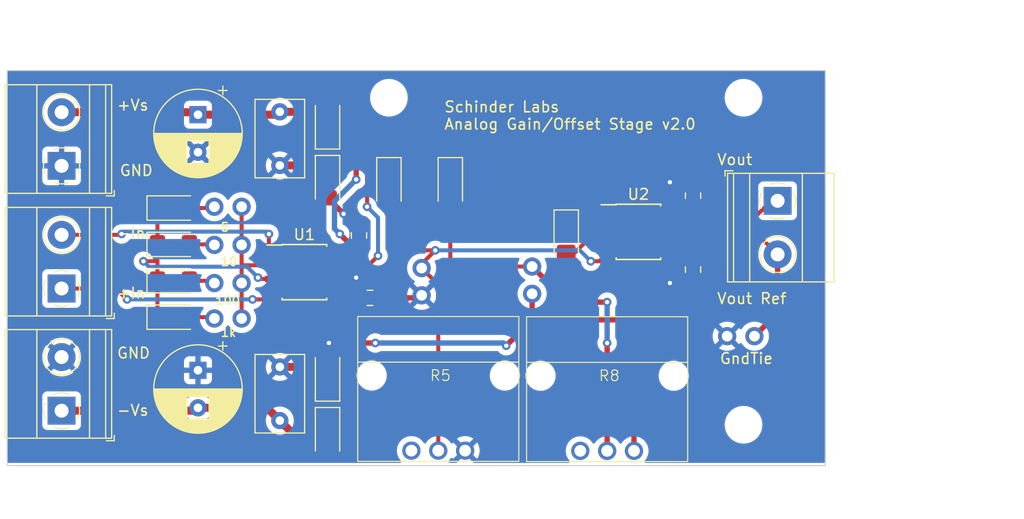
<source format=kicad_pcb>
(kicad_pcb (version 20221018) (generator pcbnew)

  (general
    (thickness 1.6)
  )

  (paper "A4")
  (layers
    (0 "F.Cu" signal)
    (31 "B.Cu" signal)
    (32 "B.Adhes" user "B.Adhesive")
    (33 "F.Adhes" user "F.Adhesive")
    (34 "B.Paste" user)
    (35 "F.Paste" user)
    (36 "B.SilkS" user "B.Silkscreen")
    (37 "F.SilkS" user "F.Silkscreen")
    (38 "B.Mask" user)
    (39 "F.Mask" user)
    (40 "Dwgs.User" user "User.Drawings")
    (41 "Cmts.User" user "User.Comments")
    (42 "Eco1.User" user "User.Eco1")
    (43 "Eco2.User" user "User.Eco2")
    (44 "Edge.Cuts" user)
    (45 "Margin" user)
    (46 "B.CrtYd" user "B.Courtyard")
    (47 "F.CrtYd" user "F.Courtyard")
    (48 "B.Fab" user)
    (49 "F.Fab" user)
    (50 "User.1" user)
    (51 "User.2" user)
    (52 "User.3" user)
    (53 "User.4" user)
    (54 "User.5" user)
    (55 "User.6" user)
    (56 "User.7" user)
    (57 "User.8" user)
    (58 "User.9" user)
  )

  (setup
    (pad_to_mask_clearance 0)
    (pcbplotparams
      (layerselection 0x00010fc_ffffffff)
      (plot_on_all_layers_selection 0x0000000_00000000)
      (disableapertmacros false)
      (usegerberextensions false)
      (usegerberattributes true)
      (usegerberadvancedattributes true)
      (creategerberjobfile true)
      (dashed_line_dash_ratio 12.000000)
      (dashed_line_gap_ratio 3.000000)
      (svgprecision 4)
      (plotframeref false)
      (viasonmask false)
      (mode 1)
      (useauxorigin false)
      (hpglpennumber 1)
      (hpglpenspeed 20)
      (hpglpendiameter 15.000000)
      (dxfpolygonmode true)
      (dxfimperialunits true)
      (dxfusepcbnewfont true)
      (psnegative false)
      (psa4output false)
      (plotreference true)
      (plotvalue true)
      (plotinvisibletext false)
      (sketchpadsonfab false)
      (subtractmaskfromsilk false)
      (outputformat 1)
      (mirror false)
      (drillshape 0)
      (scaleselection 1)
      (outputdirectory "./gerber")
    )
  )

  (net 0 "")
  (net 1 "/+Vs")
  (net 2 "GND")
  (net 3 "/-Vs")
  (net 4 "Net-(D1-K)")
  (net 5 "Net-(D2-K)")
  (net 6 "/+In")
  (net 7 "/-In")
  (net 8 "/Vout")
  (net 9 "/Vout_ref")
  (net 10 "/V+2")
  (net 11 "/V-2")
  (net 12 "Net-(R4-Pad1)")
  (net 13 "Net-(R4-Pad2)")
  (net 14 "unconnected-(R5-Pad1)")
  (net 15 "/Vo1")
  (net 16 "unconnected-(R8-Pad1)")
  (net 17 "Net-(J8-Pad1)")
  (net 18 "/Rg+")
  (net 19 "Net-(J9-Pad1)")
  (net 20 "Net-(J10-Pad1)")
  (net 21 "Net-(J11-Pad1)")
  (net 22 "/Rg-")

  (footprint "0_amslib2_kc5:Phoenix_5mm_screwterminal" (layer "F.Cu") (at 186.055 80.725 -90))

  (footprint "0_amslib2_kc5:1206_handsolder_noref" (layer "F.Cu") (at 144.145 78.9575 -90))

  (footprint "0_amslib2_kc5:1206_handsolder_noref" (layer "F.Cu") (at 129.792 91.569))

  (footprint "0_amslib2_kc5:1206_handsolder_noref" (layer "F.Cu") (at 144.145 73.4425 90))

  (footprint "0_amslib2_kc5:Phoenix_5mm_screwterminal" (layer "F.Cu") (at 119.38 77.47 90))

  (footprint "MountingHole:MountingHole_3mm" (layer "F.Cu") (at 182.88 101.6))

  (footprint "MountingHole:MountingHole_3mm" (layer "F.Cu") (at 182.88 71.12))

  (footprint "0_amslib2_kc5:1206_handsolder_noref" (layer "F.Cu") (at 149.86 79.1575 -90))

  (footprint "0_amslib2_kc5:Phoenix_5mm_screwterminal" (layer "F.Cu") (at 119.38 100.29 90))

  (footprint "0_amslib2_kc5:495-2470-1-ND_1uFFilm" (layer "F.Cu") (at 139.7 96.21 -90))

  (footprint "0_amslib2_kc5:1206_handsolder_noref" (layer "F.Cu") (at 144.145 102.4525 -90))

  (footprint "0_amslib2_kc5:1206_handsolder_noref" (layer "F.Cu") (at 129.792 88.179))

  (footprint "0_amslib2_kc5:PTV09A_Top" (layer "F.Cu") (at 154.455 104.013))

  (footprint "0_amslib2_kc5:1206_handsolder_noref" (layer "F.Cu") (at 166.37 84.0375 -90))

  (footprint "0_amslib2_kc5:0805_handsolder_noref" (layer "F.Cu") (at 178.181 87.131 -90))

  (footprint "0_amslib2_kc5:1x2Jumper" (layer "F.Cu") (at 133.604 81.28))

  (footprint "0_amslib2_kc5:1206_handsolder_noref" (layer "F.Cu") (at 144.145 96.9375 90))

  (footprint "0_amslib2_kc5:1x2Jumper" (layer "F.Cu") (at 133.604 91.694))

  (footprint "0_amslib2_kc5:PTV09A_Top" (layer "F.Cu") (at 170.18 104.033))

  (footprint "0_amslib2_kc5:495-2470-1-ND_1uFFilm" (layer "F.Cu") (at 139.7 72.43 -90))

  (footprint "0_amslib2_kc5:AD8422_8SOIC" (layer "F.Cu") (at 141.992 87.376))

  (footprint "0_amslib2_kc5:Phoenix_5mm_screwterminal" (layer "F.Cu") (at 119.38 88.9 90))

  (footprint "0_amslib2_kc5:0805_handsolder_noref" (layer "F.Cu") (at 148.097 89.771))

  (footprint "Capacitor_THT:CP_Radial_D8.0mm_P3.50mm" (layer "F.Cu") (at 132.08 96.52 -90))

  (footprint "MountingHole:MountingHole_3mm" (layer "F.Cu") (at 149.86 71.12))

  (footprint "0_amslib2_kc5:1x2Jumper" (layer "F.Cu") (at 152.908 86.995 -90))

  (footprint "0_amslib2_kc5:1206_handsolder_noref" (layer "F.Cu") (at 129.792 84.789))

  (footprint "0_amslib2_kc5:1206_handsolder_noref" (layer "F.Cu") (at 155.575 79.1575 -90))

  (footprint "0_amslib2_kc5:1x2Jumper" (layer "F.Cu") (at 163.195 86.853 -90))

  (footprint "0_amslib2_kc5:0805_handsolder_noref" (layer "F.Cu") (at 147.072 83.956 -90))

  (footprint "0_amslib2_kc5:1206_handsolder_noref" (layer "F.Cu") (at 129.792 81.399))

  (footprint "0_amslib2_kc5:0805_handsolder_noref" (layer "F.Cu") (at 178.181 80.255 -90))

  (footprint "Capacitor_THT:CP_Radial_D8.0mm_P3.50mm" (layer "F.Cu") (at 132.08 72.7 -90))

  (footprint "0_amslib2_kc5:AD8422_8SOIC" (layer "F.Cu") (at 173.095 83.62))

  (footprint "0_amslib2_kc5:1x2Jumper" (layer "F.Cu") (at 133.604 88.392))

  (footprint "0_amslib2_kc5:1x2Jumper" (layer "F.Cu") (at 133.604 84.836))

  (footprint "0_amslib2_kc5:1x2Jumper" (layer "F.Cu") (at 183.896 93.345 180))

  (gr_line (start 114.3 68.58) (end 114.3 69.85)
    (stroke (width 0.1) (type default)) (layer "Edge.Cuts") (tstamp 00d31d03-6561-4fdc-8bdf-08d8428565d7))
  (gr_line (start 114.3 105.41) (end 190.5 105.41)
    (stroke (width 0.1) (type default)) (layer "Edge.Cuts") (tstamp 262491ab-9db3-481f-8d8e-a83cad0fbac9))
  (gr_line (start 190.5 105.41) (end 190.5 68.58)
    (stroke (width 0.1) (type default)) (layer "Edge.Cuts") (tstamp 2e3ca04c-bb7c-4456-9cd8-042c82e19987))
  (gr_line (start 114.3 69.85) (end 114.3 105.41)
    (stroke (width 0.1) (type default)) (layer "Edge.Cuts") (tstamp 4f962c20-444b-4780-ae51-471736992f87))
  (gr_line (start 190.5 68.58) (end 114.3 68.58)
    (stroke (width 0.1) (type default)) (layer "Edge.Cuts") (tstamp 791636ca-c926-46e2-a7fb-1637dbf38771))
  (gr_text "5" (at 134.112 83.654) (layer "F.SilkS") (tstamp 0928d35a-6e40-4289-a5ae-9fe75023fa13)
    (effects (font (size 0.8 0.8) (thickness 0.15)) (justify left bottom))
  )
  (gr_text "Vout Ref" (at 180.34 90.424) (layer "F.SilkS") (tstamp 1444bafc-d706-4853-b038-3d31c3146cc7)
    (effects (font (size 1 1) (thickness 0.15)) (justify left bottom))
  )
  (gr_text "1k" (at 134.112 93.472) (layer "F.SilkS") (tstamp 1f7049ea-5419-4691-8aa2-4e02c1e80b3b)
    (effects (font (size 0.8 0.8) (thickness 0.15)) (justify left bottom))
  )
  (gr_text "10" (at 134.112 86.868) (layer "F.SilkS") (tstamp 42ea2278-bbdb-45a3-af3e-fdbac6106b55)
    (effects (font (size 0.8 0.8) (thickness 0.15)) (justify left bottom))
  )
  (gr_text "-In" (at 124.46 84.328) (layer "F.SilkS") (tstamp 61f2d04a-196c-4464-9158-a85a1fb4f378)
    (effects (font (size 1 1) (thickness 0.15)) (justify left bottom))
  )
  (gr_text "100" (at 133.604 90.424) (layer "F.SilkS") (tstamp 73a2e985-cdd6-4f98-88e8-637f84ad8a46)
    (effects (font (size 0.7 0.8) (thickness 0.15)) (justify left bottom))
  )
  (gr_text "Schinder Labs\nAnalog Gain/Offset Stage v2.0" (at 154.94 74.168) (layer "F.SilkS") (tstamp 97264e8d-411b-406d-82af-158e0fb374e7)
    (effects (font (size 1 1) (thickness 0.15)) (justify left bottom))
  )
  (gr_text "GND" (at 124.714 78.486) (layer "F.SilkS") (tstamp a388a0b7-574f-412e-a53f-36d1c37f8753)
    (effects (font (size 1 1) (thickness 0.15)) (justify left bottom))
  )
  (gr_text "-Vs" (at 124.46 100.838) (layer "F.SilkS") (tstamp a8f837bc-4aa5-4240-b98b-546cda12acb0)
    (effects (font (size 1 1) (thickness 0.15)) (justify left bottom))
  )
  (gr_text "GndTie" (at 180.594 96.012) (layer "F.SilkS") (tstamp aa54f3ae-51ec-48fa-bf27-086d8cc58575)
    (effects (font (size 1 1) (thickness 0.15)) (justify left bottom))
  )
  (gr_text "+In" (at 124.46 89.916) (layer "F.SilkS") (tstamp aaa8ba16-d969-4d89-b2d9-d4b13047bbd8)
    (effects (font (size 1 1) (thickness 0.15)) (justify left bottom))
  )
  (gr_text "GND" (at 124.46 95.504) (layer "F.SilkS") (tstamp be2dbb26-1267-431c-a281-5bd8096cf57d)
    (effects (font (size 1 1) (thickness 0.15)) (justify left bottom))
  )
  (gr_text "+Vs" (at 124.46 72.39) (layer "F.SilkS") (tstamp cf610fbc-5b64-49f3-a7c2-4ee64462f85e)
    (effects (font (size 1 1) (thickness 0.15)) (justify left bottom))
  )
  (gr_text "Vout" (at 180.34 77.47) (layer "F.SilkS") (tstamp da58d924-9228-4cd8-9e15-044626e276c6)
    (effects (font (size 1 1) (thickness 0.15)) (justify left bottom))
  )
  (dimension (type aligned) (layer "Cmts.User") (tstamp 2a36b722-fc7b-488e-8a9f-af578e95a6fe)
    (pts (xy 114.3 106.68) (xy 190.5 106.68))
    (height 3.048)
    (gr_text "76.2000 mm" (at 152.4 108.578) (layer "Cmts.User") (tstamp 2a36b722-fc7b-488e-8a9f-af578e95a6fe)
      (effects (font (size 1 1) (thickness 0.15)))
    )
    (format (prefix "") (suffix "") (units 3) (units_format 1) (precision 4))
    (style (thickness 0.15) (arrow_length 1.27) (text_position_mode 0) (extension_height 0.58642) (extension_offset 0.5) keep_text_aligned)
  )
  (dimension (type aligned) (layer "Cmts.User") (tstamp 2ce14a30-1012-4240-9878-493a92dd53bc)
    (pts (xy 190.5 68.58) (xy 190.5 105.41))
    (height -11.684)
    (gr_text "36.8300 mm" (at 201.034 86.995 90) (layer "Cmts.User") (tstamp 2ce14a30-1012-4240-9878-493a92dd53bc)
      (effects (font (size 1 1) (thickness 0.15)))
    )
    (format (prefix "") (suffix "") (units 3) (units_format 1) (precision 4))
    (style (thickness 0.15) (arrow_length 1.27) (text_position_mode 0) (extension_height 0.58642) (extension_offset 0.5) keep_text_aligned)
  )
  (dimension (type aligned) (layer "Cmts.User") (tstamp 4dbaa1cc-8e65-4000-8161-f940550b5878)
    (pts (xy 190.5 68.58) (xy 190.5 71.12))
    (height -8.636)
    (gr_text "2.5400 mm" (at 197.986 69.85 90) (layer "Cmts.User") (tstamp 4dbaa1cc-8e65-4000-8161-f940550b5878)
      (effects (font (size 1 1) (thickness 0.15)))
    )
    (format (prefix "") (suffix "") (units 3) (units_format 1) (precision 4))
    (style (thickness 0.15) (arrow_length 1.27) (text_position_mode 0) (extension_height 0.58642) (extension_offset 0.5) keep_text_aligned)
  )
  (dimension (type aligned) (layer "Cmts.User") (tstamp 83a4f9a4-5b52-4a20-a79c-6a154c0f5217)
    (pts (xy 149.86 71.12) (xy 182.88 71.12))
    (height -7.112)
    (gr_text "33.0200 mm" (at 166.37 62.858) (layer "Cmts.User") (tstamp 83a4f9a4-5b52-4a20-a79c-6a154c0f5217)
      (effects (font (size 1 1) (thickness 0.15)))
    )
    (format (prefix "") (suffix "") (units 3) (units_format 1) (precision 4))
    (style (thickness 0.15) (arrow_length 1.27) (text_position_mode 0) (extension_height 0.58642) (extension_offset 0.5) keep_text_aligned)
  )
  (dimension (type aligned) (layer "Cmts.User") (tstamp 8c8fe36b-e481-45e6-a5f7-7978ceda67c2)
    (pts (xy 182.88 71.12) (xy 182.88 101.6))
    (height -13.208)
    (gr_text "30.4800 mm" (at 194.938 86.36 90) (layer "Cmts.User") (tstamp 8c8fe36b-e481-45e6-a5f7-7978ceda67c2)
      (effects (font (size 1 1) (thickness 0.15)))
    )
    (format (prefix "") (suffix "") (units 3) (units_format 1) (precision 4))
    (style (thickness 0.15) (arrow_length 1.27) (text_position_mode 0) (extension_height 0.58642) (extension_offset 0.5) keep_text_aligned)
  )
  (dimension (type aligned) (layer "Cmts.User") (tstamp a1c17fa8-f40a-4386-b66b-976f6b476887)
    (pts (xy 149.86 64.008) (xy 114.3 64.008))
    (height 0)
    (gr_text "35.5600 mm" (at 132.08 62.858) (layer "Cmts.User") (tstamp a1c17fa8-f40a-4386-b66b-976f6b476887)
      (effects (font (size 1 1) (thickness 0.15)))
    )
    (format (prefix "") (suffix "") (units 3) (units_format 1) (precision 4))
    (style (thickness 0.15) (arrow_length 1.27) (text_position_mode 0) (extension_height 0.58642) (extension_offset 0.5) keep_text_aligned)
  )
  (dimension (type aligned) (layer "Cmts.User") (tstamp dfb6e357-e782-47f5-96a1-d90ea70d41b4)
    (pts (xy 190.5 68.58) (xy 190.5 101.6))
    (height -14.732)
    (gr_text "33.0200 mm" (at 204.082 85.09 90) (layer "Cmts.User") (tstamp dfb6e357-e782-47f5-96a1-d90ea70d41b4)
      (effects (font (size 1 1) (thickness 0.15)))
    )
    (format (prefix "") (suffix "") (units 3) (units_format 1) (precision 4))
    (style (thickness 0.15) (arrow_length 1.27) (text_position_mode 0) (extension_height 0.58642) (extension_offset 0.5) keep_text_aligned)
  )

  (segment (start 144.792 85.471) (end 146.582 85.471) (width 0.5) (layer "F.Cu") (net 1) (tstamp 0c7e9710-b84d-4fd3-a8c1-f34290830403))
  (segment (start 176.276 80.264) (end 172.212 80.264) (width 0.5) (layer "F.Cu") (net 1) (tstamp 0e68281d-07b3-4e44-a76e-9f2140b730a4))
  (segment (start 178.181 81.28) (end 177.292 81.28) (width 0.5) (layer "F.Cu") (net 1) (tstamp 14bcc9a3-c03a-4298-a577-f2a801dda756))
  (segment (start 144.853 71.955) (end 148.336 75.438) (width 0.75) (layer "F.Cu") (net 1) (tstamp 1af1534c-a6c0-459f-8cfc-ed8f43e3f3f2))
  (segment (start 143.67 72.43) (end 144.145 71.955) (width 0.75) (layer "F.Cu") (net 1) (tstamp 28385b7d-d008-4b7b-8908-4a0d6a068f91))
  (segment (start 131.85 72.47) (end 132.08 72.7) (width 0.75) (layer "F.Cu") (net 1) (tstamp 29e95835-29b0-49f2-bc84-953bd24e28b2))
  (segment (start 146.582 85.471) (end 147.072 84.981) (width 0.5) (layer "F.Cu") (net 1) (tstamp 3876d36f-fbaf-47b6-9821-6f2069fc05bc))
  (segment (start 119.38 72.47) (end 131.85 72.47) (width 0.75) (layer "F.Cu") (net 1) (tstamp 4a95b0d4-aa84-4f09-8a28-1a63290abea7))
  (segment (start 144.145 71.955) (end 144.853 71.955) (width 0.75) (layer "F.Cu") (net 1) (tstamp 4b2a00ed-1c38-4f3c-b0ac-8d2e765020d4))
  (segment (start 146.812 76.962) (end 148.336 75.438) (width 0.5) (layer "F.Cu") (net 1) (tstamp 4d0b43c3-ffc3-433a-a727-ce64f878a774))
  (segment (start 139.7 72.43) (end 143.67 72.43) (width 0.75) (layer "F.Cu") (net 1) (tstamp 6a2cc33b-edf6-4aa3-8777-03840540e434))
  (segment (start 148.336 75.438) (end 153.67 75.438) (width 0.75) (layer "F.Cu") (net 1) (tstamp 7ba1bc14-b860-4475-996d-e8072353206a))
  (segment (start 146.812 78.74) (end 146.812 76.962) (width 0.5) (layer "F.Cu") (net 1) (tstamp 88e82ed6-6a6c-4849-8368-4e41e331ae1f))
  (segment (start 147.072 84.981) (end 146.449 84.981) (width 0.5) (layer "F.Cu") (net 1) (tstamp 8999a4a2-90fe-4aee-9370-621515188b4f))
  (segment (start 132.08 72.7) (end 139.43 72.7) (width 0.75) (layer "F.Cu") (net 1) (tstamp 9b1591a4-01c9-4f25-84dc-388cf26858c2))
  (segment (start 155.575 77.343) (end 155.575 77.67) (width 0.75) (layer "F.Cu") (net 1) (tstamp a46d56cc-d507-4a95-97d0-6021a635bb59))
  (segment (start 169.672 77.724) (end 155.629 77.724) (width 0.5) (layer "F.Cu") (net 1) (tstamp a8ca5c48-6c39-4fee-94d1-178ce2c1f26c))
  (segment (start 153.67 75.438) (end 155.575 77.343) (width 0.75) (layer "F.Cu") (net 1) (tstamp b74b8272-e605-4d53-9d47-452038785fbf))
  (segment (start 175.895 81.715) (end 177.746 81.715) (width 0.5) (layer "F.Cu") (net 1) (tstamp ca6850c5-57ab-4001-bee4-405e8c75de6b))
  (segment (start 139.43 72.7) (end 139.7 72.43) (width 0.75) (layer "F.Cu") (net 1) (tstamp d2cea039-29b8-4959-9a20-2cb1484b9ddb))
  (segment (start 177.292 81.28) (end 176.276 80.264) (width 0.5) (layer "F.Cu") (net 1) (tstamp d3e3864a-5285-4777-9436-6d33c13a3494))
  (segment (start 172.212 80.264) (end 169.672 77.724) (width 0.5) (layer "F.Cu") (net 1) (tstamp d50a1876-b7d9-4aff-ab28-d9d2f7f8bfda))
  (segment (start 155.629 77.724) (end 155.575 77.67) (width 0.5) (layer "F.Cu") (net 1) (tstamp df75182b-df00-4d32-8bb0-1f1e94f7abb1))
  (segment (start 146.449 84.981) (end 145.288 83.82) (width 0.5) (layer "F.Cu") (net 1) (tstamp e0ade888-aa90-4a99-94ba-a7ab018dd1da))
  (segment (start 177.746 81.715) (end 178.181 81.28) (width 0.5) (layer "F.Cu") (net 1) (tstamp ecd0b40f-bb33-46d7-91ea-c9c063cde9c0))
  (via (at 146.812 78.74) (size 0.8) (drill 0.4) (layers "F.Cu" "B.Cu") (net 1) (tstamp 4eb23532-b33a-4f16-81b1-7ee495882a70))
  (via (at 145.288 83.82) (size 0.8) (drill 0.4) (layers "F.Cu" "B.Cu") (net 1) (tstamp 63d160e6-75ff-4645-80f9-ab5c15ce665d))
  (segment (start 144.792 83.324) (end 144.792 80.76) (width 0.5) (layer "B.Cu") (net 1) (tstamp 08dc7a53-72f9-446b-85ce-fc089cf778c8))
  (segment (start 145.288 83.82) (end 144.792 83.324) (width 0.5) (layer "B.Cu") (net 1) (tstamp 44505ebb-0ecd-47f6-b8b6-117301451a3a))
  (segment (start 144.792 80.76) (end 146.812 78.74) (width 0.5) (layer "B.Cu") (net 1) (tstamp ec198bf1-d0e8-4c7d-b893-3b9e9add7c51))
  (segment (start 144.145 95.45) (end 144.145 94.107) (width 0.75) (layer "F.Cu") (net 2) (tstamp 169a8af4-52cd-4db6-a524-840a46df9cec))
  (segment (start 176.258 79.23) (end 176.022 78.994) (width 0.5) (layer "F.Cu") (net 2) (tstamp 1f439957-0b23-43f5-8621-b30a2024f513))
  (segment (start 145.642 81.942) (end 144.145 80.445) (width 0.5) (layer "F.Cu") (net 2) (tstamp 3707d86c-7165-480d-ac79-4b0fb2e955d9))
  (segment (start 144.145 94.107) (end 144.272 93.98) (width 0.75) (layer "F.Cu") (net 2) (tstamp 4aa52d5f-54f7-4ca2-8d0a-09b588d5f7e9))
  (segment (start 178.181 88.156) (end 176.258 88.156) (width 0.5) (layer "F.Cu") (net 2) (tstamp 5e6327dc-fbb4-451c-be39-885caa204c61))
  (segment (start 143.385 96.21) (end 144.145 95.45) (width 0.75) (layer "F.Cu") (net 2) (tstamp 6c320d98-0c48-43a8-9a79-f4a92d5d041d))
  (segment (start 147.072 82.931) (end 146.631 82.931) (width 0.5) (layer "F.Cu") (net 2) (tstamp 7562ca48-a69c-44c6-820b-9560b95a95ac))
  (segment (start 143.504 81.086) (end 144.145 80.445) (width 0.5) (layer "F.Cu") (net 2) (tstamp 9188e543-a053-4136-a37e-8ac4298a9bc7))
  (segment (start 139.7 77.43) (end 141.13 77.43) (width 0.75) (layer "F.Cu") (net 2) (tstamp 992951ec-ab75-4531-830f-8db84dbf9fc6))
  (segment (start 146.685 88.011) (end 146.812 87.884) (width 0.375) (layer "F.Cu") (net 2) (tstamp b492f26a-de1e-4cd0-bf98-5117ac0081ac))
  (segment (start 141.13 77.43) (end 144.145 80.445) (width 0.75) (layer "F.Cu") (net 2) (tstamp b9f2dacf-c890-4334-a3f5-71d8379ed455))
  (segment (start 149.122 89.771) (end 152.672 89.771) (width 0.5) (layer "F.Cu") (net 2) (tstamp cb63c6bc-653b-4599-94f4-be35efb99af6))
  (segment (start 152.672 89.771) (end 152.908 89.535) (width 0.5) (layer "F.Cu") (net 2) (tstamp d49b8c09-c2b1-42f7-8234-fe92e0366a3b))
  (segment (start 146.631 82.931) (end 145.642 81.942) (width 0.5) (layer "F.Cu") (net 2) (tstamp d50b44cf-699e-4cad-92cc-e5f6a9d79a12))
  (segment (start 144.792 88.011) (end 146.685 88.011) (width 0.375) (layer "F.Cu") (net 2) (tstamp d7c59021-fa3a-4acd-a663-098e22e538ef))
  (segment (start 178.181 79.23) (end 176.258 79.23) (width 0.5) (layer "F.Cu") (net 2) (tstamp d9de97bf-3968-4ea8-beb9-6464c41ef60e))
  (segment (start 176.258 88.156) (end 176.022 88.392) (width 0.5) (layer "F.Cu") (net 2) (tstamp d9e11f4e-531e-47e6-9ec9-0e257a5ec7b7))
  (segment (start 139.7 96.21) (end 143.385 96.21) (width 0.75) (layer "F.Cu") (net 2) (tstamp fbc337d2-83df-43de-9de7-55294f2f312f))
  (via (at 145.642 81.942) (size 0.8) (drill 0.4) (layers "F.Cu" "B.Cu") (net 2) (tstamp 02c76a3d-829e-4e22-9c74-7f947749905a))
  (via (at 146.812 87.884) (size 0.8) (drill 0.4) (layers "F.Cu" "B.Cu") (net 2) (tstamp 39488a30-8334-43a0-9646-8c121b2ea2e8))
  (via (at 144.272 93.98) (size 0.8) (drill 0.4) (layers "F.Cu" "B.Cu") (net 2) (tstamp 609e5648-f9ab-48f0-9bba-ced96d9b3be8))
  (via (at 176.022 88.392) (size 0.8) (drill 0.4) (layers "F.Cu" "B.Cu") (net 2) (tstamp 8834e8b7-f83d-45f0-8ba7-5e1529d3b0a5))
  (via (at 176.022 78.994) (size 0.8) (drill 0.4) (layers "F.Cu" "B.Cu") (net 2) (tstamp d76123c0-30f1-4962-b655-33721c99bebe))
  (segment (start 143.945 104.14) (end 144.145 103.94) (width 0.75) (layer "F.Cu") (net 3) (tstamp 02383d3f-d1f8-4e31-ad52-84efd0f7d496))
  (segment (start 177.6 85.525) (end 178.181 86.106) (width 0.5) (layer "F.Cu") (net 3) (tstamp 03d88b77-e8db-4edf-bc9e-e4175ba77b1b))
  (segment (start 141.986 104.14) (end 143.945 104.14) (width 0.75) (layer "F.Cu") (net 3) (tstamp 0505b3eb-f8a8-4fe9-a9ce-92cbdfe3a2da))
  (segment (start 145.342 103.94) (end 144.145 103.94) (width 0.5) (layer "F.Cu") (net 3) (tstamp 0526277e-20c9-42e4-9557-5c2fd7703407))
  (segment (start 138.51 100.02) (end 139.7 101.21) (width 0.75) (layer "F.Cu") (net 3) (tstamp 095cbeff-16d4-4cb3-8b75-17b1fb9cd0ae))
  (segment (start 172.847 91.821) (end 172.974 91.948) (width 0.5) (layer "F.Cu") (net 3) (tstamp 0b230729-600b-4ce4-b594-e13ddf478077))
  (segment (start 146.304 90.539) (end 147.072 89.771) (width 0.5) (layer "F.Cu") (net 3) (tstamp 0ee2a8fd-2bd3-4ae9-8348-b899be856cf3))
  (segment (start 146.304 93.98) (end 146.304 103.886) (width 0.5) (layer "F.Cu") (net 3) (tstamp 27d4b53b-dd88-4173-8c55-2dcdab89b38b))
  (segment (start 172.847 91.821) (end 172.974 91.694) (width 0.5) (layer "F.Cu") (net 3) (tstamp 2b1c734c-e103-47e3-a29f-6d703336c4bb))
  (segment (start 119.38 100.29) (end 131.81 100.29) (width 0.75) (layer "F.Cu") (net 3) (tstamp 3396a03c-b206-4fb8-b982-fe95bd1a61cf))
  (segment (start 145.282 89.771) (end 144.792 89.281) (width 0.5) (layer "F.Cu") (net 3) (tstamp 44b7ad85-7ce8-47ec-8a4e-2794d7d37708))
  (segment (start 172.974 91.694) (end 178.054 91.694) (width 0.5) (layer "F.Cu") (net 3) (tstamp 450a2c91-7e40-4270-b930-725f7d8e6e94))
  (segment (start 180.086 86.36) (end 179.832 86.106) (width 0.5) (layer "F.Cu") (net 3) (tstamp 4f8aebbe-c0a9-4127-83e0-282276533670))
  (segment (start 179.832 86.106) (end 178.181 86.106) (width 0.5) (layer "F.Cu") (net 3) (tstamp 5532e672-51b2-4d8e-a4ad-4895ae9c1079))
  (segment (start 139.7 101.21) (end 141.986 103.496) (width 0.75) (layer "F.Cu") (net 3) (tstamp 59897bc3-10a7-40ea-beb6-c3fdd4466a58))
  (segment (start 180.086 89.916) (end 180.086 86.36) (width 0.5) (layer "F.Cu") (net 3) (tstamp 70759b63-ee32-4969-8545-4a920ca7b906))
  (segment (start 145.796 104.394) (end 145.342 103.94) (width 0.5) (layer "F.Cu") (net 3) (tstamp 72a834aa-92a6-4301-86c9-be97f218d489))
  (segment (start 175.895 85.525) (end 177.6 85.525) (width 0.5) (layer "F.Cu") (net 3) (tstamp 74dc742d-fbe8-4fa8-98c5-f7731256d9f1))
  (segment (start 146.304 93.98) (end 146.304 90.539) (width 0.5) (layer "F.Cu") (net 3) (tstamp 7a91751c-e7ba-43fb-8124-8ad11a56943e))
  (segment (start 172.68 92.242) (end 172.68 104.033) (width 0.5) (layer "F.Cu") (net 3) (tstamp 822a05a1-a6c9-4519-aabd-7b8e4832951d))
  (segment (start 141.986 103.496) (end 141.986 104.14) (width 0.75) (layer "F.Cu") (net 3) (tstamp 86ed5fbe-f166-4968-ab3f-bf234fd2cb9d))
  (segment (start 172.974 91.948) (end 172.68 92.242) (width 0.5) (layer "F.Cu") (net 3) (tstamp 9fca8720-d786-4bee-84fa-af476f176ed2))
  (segment (start 146.304 93.98) (end 148.59 93.98) (width 0.5) (layer "F.Cu") (net 3) (tstamp a33df332-ca5a-4ff3-831c-5be16cac35f6))
  (segment (start 160.782 94.234) (end 163.195 91.821) (width 0.5) (layer "F.Cu") (net 3) (tstamp a60fc4aa-c358-4fa9-a1e6-2ec1073a1a3d))
  (segment (start 178.054 91.694) (end 179.832 89.916) (width 0.5) (layer "F.Cu") (net 3) (tstamp aa4bec63-6041-45e1-860c-ecbea526ce7d))
  (segment (start 163.195 91.821) (end 163.195 89.393) (width 0.5) (layer "F.Cu") (net 3) (tstamp bc0294c1-2512-4b21-8e60-6783285c1216))
  (segment (start 146.304 103.886) (end 145.796 104.394) (width 0.5) (layer "F.Cu") (net 3) (tstamp bf48c400-8f2e-4cd1-b770-7e9d4b0bc91b))
  (segment (start 147.072 89.771) (end 145.282 89.771) (width 0.5) (layer "F.Cu") (net 3) (tstamp c87ea04d-69b1-4663-a79e-d84d1f25e073))
  (segment (start 132.08 100.02) (end 138.51 100.02) (width 0.75) (layer "F.Cu") (net 3) (tstamp e0e6f63b-fc7a-4154-aa5f-0b060e556afa))
  (segment (start 179.832 89.916) (end 180.086 89.916) (width 0.5) (layer "F.Cu") (net 3) (tstamp e4fc8251-88c1-40b2-b688-39542cabb856))
  (segment (start 163.195 91.821) (end 172.847 91.821) (width 0.5) (layer "F.Cu") (net 3) (tstamp e72f5160-d7dc-41f2-bc11-430c54a041df))
  (segment (start 131.81 100.29) (end 132.08 100.02) (width 0.75) (layer "F.Cu") (net 3) (tstamp f54b9e73-4930-454f-80e0-61aecfed5415))
  (via (at 160.782 94.234) (size 0.8) (drill 0.4) (layers "F.Cu" "B.Cu") (net 3) (tstamp 0903296c-c4d1-4c79-b3a7-505af90e7660))
  (via (at 148.59 93.98) (size 0.8) (drill 0.4) (layers "F.Cu" "B.Cu") (net 3) (tstamp ef73ffeb-69fe-4586-94db-4228c5eeaef9))
  (segment (start 148.59 93.98) (end 160.528 93.98) (width 0.5) (layer "B.Cu") (net 3) (tstamp 529732e9-2198-40f6-811f-506c6ef0b366))
  (segment (start 160.528 93.98) (end 160.782 94.234) (width 0.5) (layer "B.Cu") (net 3) (tstamp c5c94f4d-e6f8-412e-a5db-346c6ae23c37))
  (segment (start 144.145 74.93) (end 144.145 77.47) (width 0.75) (layer "F.Cu") (net 4) (tstamp a73d0e7e-9b46-4dd7-8bcc-b731e6da7789))
  (segment (start 144.145 100.965) (end 144.145 98.425) (width 0.75) (layer "F.Cu") (net 5) (tstamp 3fca27e9-3465-4164-84aa-d5ddfaeb30d3))
  (segment (start 124.46 88.9) (end 125.476 89.916) (width 0.375) (layer "F.Cu") (net 6) (tstamp 0dc12258-8482-422c-91a4-4e7ef4ceb974))
  (segment (start 119.38 88.9) (end 124.46 88.9) (width 0.375) (layer "F.Cu") (net 6) (tstamp 4c4d7b09-d619-45c1-8000-7d2563da0f85))
  (segment (start 138.557 89.916) (end 139.192 89.281) (width 0.375) (layer "F.Cu") (net 6) (tstamp dfbe1090-0c02-44c4-bf2e-965ffc9dde70))
  (segment (start 137.16 89.916) (end 138.557 89.916) (width 0.375) (layer "F.Cu") (net 6) (tstamp e51b5367-6d3c-4bb8-bb68-921fc7115d0b))
  (via (at 125.476 89.916) (size 0.8) (drill 0.4) (layers "F.Cu" "B.Cu") (net 6) (tstamp 7b0280fc-30e7-4d31-8ab9-b8fec671ad6a))
  (via (at 137.16 89.916) (size 0.8) (drill 0.4) (layers "F.Cu" "B.Cu") (net 6) (tstamp bd93ec42-f2cd-43f6-8610-da527bf11c97))
  (segment (start 125.476 89.916) (end 137.16 89.916) (width 0.375) (layer "B.Cu") (net 6) (tstamp 0108cb1f-fedb-4290-a8de-5b474a78fd3f))
  (segment (start 124.888 83.9) (end 124.968 83.82) (width 0.375) (layer "F.Cu") (net 7) (tstamp 3ec0cc4f-06d9-43fe-81c4-673a0ede7a95))
  (segment (start 119.38 83.9) (end 124.888 83.9) (width 0.375) (layer "F.Cu") (net 7) (tstamp 40ba56fd-b87f-45ab-a1f6-f71e48398b36))
  (segment (start 138.684 83.82) (end 138.684 84.963) (width 0.375) (layer "F.Cu") (net 7) (tstamp 5633d220-443e-4832-a4db-e917975a4cd0))
  (segment (start 138.684 84.963) (end 139.192 85.471) (width 0.375) (layer "F.Cu") (net 7) (tstamp b380afd3-892f-4b9f-b06c-b959f75161e6))
  (via (at 138.684 83.82) (size 0.8) (drill 0.4) (layers "F.Cu" "B.Cu") (net 7) (tstamp 8719cea3-e8bc-4e21-bf16-d762f097fa46))
  (via (at 124.968 83.82) (size 0.8) (drill 0.4) (layers "F.Cu" "B.Cu") (net 7) (tstamp b76adb06-d3f5-4e44-b123-62ce91c275b9))
  (segment (start 125.1895 83.5985) (end 138.4625 83.5985) (width 0.375) (layer "B.Cu") (net 7) (tstamp 3a7f4e5e-1f18-4436-9897-e4fb38d21dc9))
  (segment (start 124.968 83.82) (end 125.1895 83.5985) (width 0.375) (layer "B.Cu") (net 7) (tstamp 5dee68e3-fba5-4ece-b138-24cd2ca8f6d0))
  (segment (start 138.4625 83.5985) (end 138.684 83.82) (width 0.375) (layer "B.Cu") (net 7) (tstamp 769a7837-5a82-4ad6-a9c4-3c77992a5f64))
  (segment (start 185.467 80.725) (end 186.055 80.725) (width 0.375) (layer "F.Cu") (net 8) (tstamp 1917f356-7fea-4758-8d72-b2c3e246583d))
  (segment (start 175.895 82.985) (end 183.207 82.985) (width 0.375) (layer "F.Cu") (net 8) (tstamp 3b66ada9-d45f-47c5-9e21-41734028f973))
  (segment (start 183.207 82.985) (end 185.467 80.725) (width 0.375) (layer "F.Cu") (net 8) (tstamp 3d630374-bb36-4566-ad35-77d9e210404f))
  (segment (start 186.055 91.186) (end 183.896 93.345) (width 0.5) (layer "F.Cu") (net 9) (tstamp 04d72d75-cd28-4c5b-881c-5dc99ee28c62))
  (segment (start 175.895 84.255) (end 184.585 84.255) (width 0.375) (layer "F.Cu") (net 9) (tstamp 0c5f21c4-3eee-4530-898a-dea73059a316))
  (segment (start 184.585 84.255) (end 186.055 85.725) (width 0.375) (layer "F.Cu") (net 9) (tstamp 36ea1846-7bd6-4aa9-9852-61580a1720f5))
  (segment (start 186.055 85.725) (end 186.055 91.186) (width 0.5) (layer "F.Cu") (net 9) (tstamp b39105c5-09a1-4462-b7ca-c139a4e37aa8))
  (segment (start 154.432 91.694) (end 154.455 91.717) (width 0.375) (layer "F.Cu") (net 10) (tstamp 10c683b1-70ad-48ca-9092-9657b1ba3dab))
  (segment (start 168.656 86.36) (end 169.46 86.36) (width 0.375) (layer "F.Cu") (net 10) (tstamp 15ef3680-8440-4ac2-bcba-7e7d13c40341))
  (segment (start 154.455 91.717) (end 154.455 91.948) (width 0.375) (layer "F.Cu") (net 10) (tstamp 20c78dd2-8fe5-40a6-a584-578da417a9b0))
  (segment (start 152.908 86.995) (end 152.908 86.614) (width 0.375) (layer "F.Cu") (net 10) (tstamp 3f70df6f-10c2-45e5-ab32-51393723b19f))
  (segment (start 169.46 86.36) (end 170.295 85.525) (width 0.375) (layer "F.Cu") (net 10) (tstamp 613b510c-595b-4943-98bb-0fad009e2cfb))
  (segment (start 152.908 86.614) (end 154.178 85.344) (width 0.375) (layer "F.Cu") (net 10) (tstamp 871070cc-beaa-41b3-8fa6-15d138e9fa83))
  (segment (start 154.432 88.392) (end 154.432 91.925) (width 0.375) (layer "F.Cu") (net 10) (tstamp 8c176623-ef04-4ef2-89d6-44f088095e25))
  (segment (start 154.455 91.948) (end 154.455 104.013) (width 0.375) (layer "F.Cu") (net 10) (tstamp 95f75189-7039-4bae-bb98-5edd375d6fea))
  (segment (start 149.86 85.344) (end 154.178 85.344) (width 0.375) (layer "F.Cu") (net 10) (tstamp a23817f6-b3f3-43f6-890a-c028702923bc))
  (segment (start 149.86 85.344) (end 149.86 80.645) (width 0.375) (layer "F.Cu") (net 10) (tstamp afdb2de4-337f-4f1b-8533-df5b4da65f92))
  (segment (start 152.908 86.995) (end 154.305 88.392) (width 0.375) (layer "F.Cu") (net 10) (tstamp bba144e6-2bc1-49b1-bf66-a86733ceaa8b))
  (segment (start 154.305 88.392) (end 154.432 88.392) (width 0.375) (layer "F.Cu") (net 10) (tstamp c2cbfeec-3d94-4751-9583-a1bacedf0af0))
  (segment (start 154.432 91.925) (end 154.455 91.948) (width 0.375) (layer "F.Cu") (net 10) (tstamp f0bc7502-9666-4f93-82d4-da5a93f2b277))
  (via (at 154.178 85.344) (size 0.8) (drill 0.4) (layers "F.Cu" "B.Cu") (net 10) (tstamp 61337e7a-1364-4ee2-9ce2-fd67c8a476e5))
  (via (at 168.656 86.36) (size 0.8) (drill 0.4) (layers "F.Cu" "B.Cu") (net 10) (tstamp 92aa7280-a9a4-46c1-9a56-1ab78ea05839))
  (segment (start 167.64 85.344) (end 168.656 86.36) (width 0.375) (layer "B.Cu") (net 10) (tstamp 9
... [130798 chars truncated]
</source>
